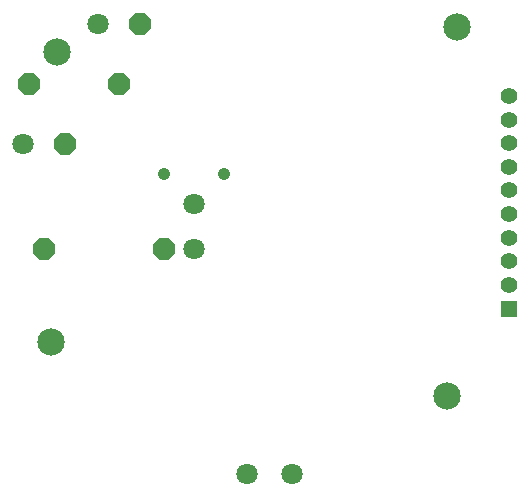
<source format=gbs>
G75*
G70*
%OFA0B0*%
%FSLAX24Y24*%
%IPPOS*%
%LPD*%
%AMOC8*
5,1,8,0,0,1.08239X$1,22.5*
%
%ADD10OC8,0.0710*%
%ADD11C,0.0710*%
%ADD12OC8,0.0740*%
%ADD13R,0.0552X0.0552*%
%ADD14C,0.0552*%
%ADD15C,0.0420*%
%ADD16C,0.0907*%
D10*
X002850Y011650D03*
X005350Y015650D03*
D11*
X003950Y015650D03*
X001450Y011650D03*
X007150Y009650D03*
X007150Y008150D03*
X008900Y000650D03*
X010400Y000650D03*
D12*
X006150Y008150D03*
X002150Y008150D03*
X001650Y013650D03*
X004650Y013650D03*
D13*
X017650Y006150D03*
D14*
X017650Y006937D03*
X017650Y007725D03*
X017650Y008512D03*
X017650Y009300D03*
X017650Y010087D03*
X017650Y010874D03*
X017650Y011662D03*
X017650Y012449D03*
X017650Y013237D03*
D15*
X008150Y010650D03*
X006150Y010650D03*
D16*
X002363Y005050D03*
X002588Y014713D03*
X015563Y003225D03*
X015900Y015550D03*
M02*

</source>
